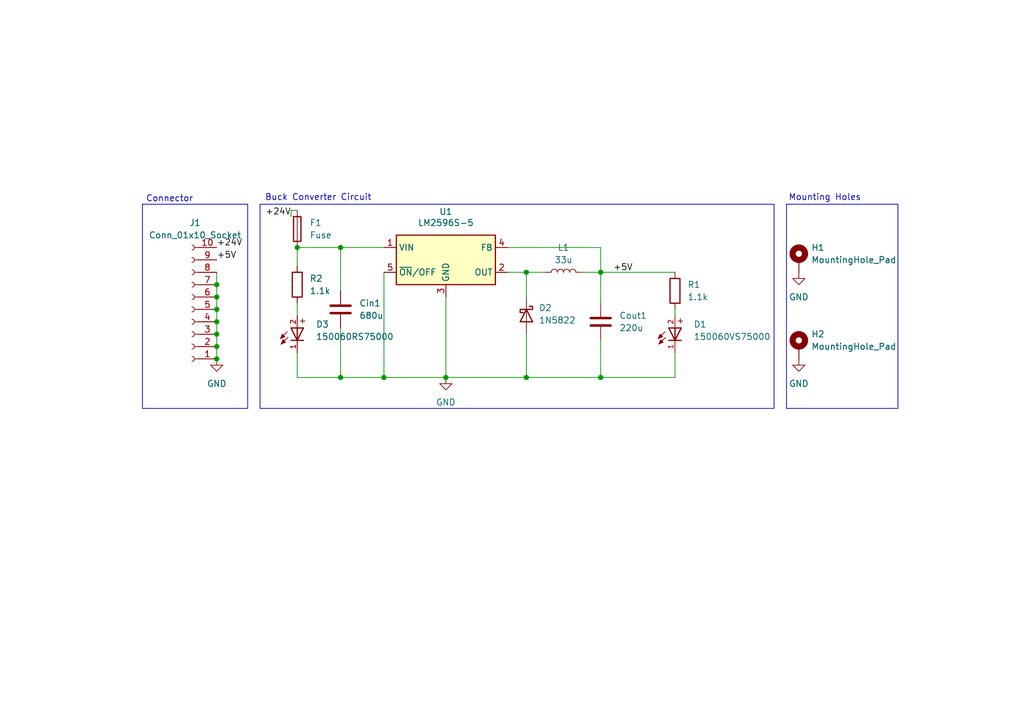
<source format=kicad_sch>
(kicad_sch (version 20231120) (generator "eeschema") (generator_version "8.0")
  (paper "A5")
  (lib_symbols
    (symbol "Device:Fuse" (pin_numbers hide) (pin_names (offset 0))
      (property "Reference" "F" (at 2.032 0 90))
      (property "Value" "Fuse" (at -1.905 0 90))
      (symbol "Fuse_0_1"
        (rectangle (start -0.762 -2.54) (end 0.762 2.54) (stroke (width 0.254)))
        (polyline (pts (xy 0 2.54) (xy 0 -2.54)))
      )
      (symbol "Fuse_1_1"
        (pin passive line (at 0 3.81 270) (length 1.27) (name "~") (number "1"))
        (pin passive line (at 0 -3.81 90) (length 1.27) (name "~") (number "2"))
      )
    )
    (symbol "Library:1N5822" (pin_numbers hide) (pin_names (offset 1.016) hide)
      (property "Reference" "D" (at 0 2.54 0))
      (property "Value" "1N5822" (at 0 -2.54 0))
      (symbol "1N5822_0_1"
        (polyline (pts (xy 1.27 0) (xy -1.27 0)))
        (polyline (pts (xy 1.27 1.27) (xy 1.27 -1.27) (xy -1.27 0) (xy 1.27 1.27)) (stroke (width 0.254)))
        (polyline (pts (xy -1.905 0.635) (xy -1.905 1.27) (xy -1.27 1.27) (xy -1.27 -1.27) (xy -0.635 -1.27) (xy -0.635 -0.635)) (stroke (width 0.254)))
      )
      (symbol "1N5822_1_1"
        (pin passive line (at -3.81 0 0) (length 2.54) (name "K") (number "1"))
        (pin passive line (at 3.81 0 180) (length 2.54) (name "A") (number "2"))
      )
    )
    (symbol "Library:C" (pin_numbers hide) (pin_names (offset 0.254))
      (property "Reference" "C" (at 0.635 2.54 0))
      (property "Value" "C" (at 0.635 -2.54 0))
      (symbol "C_0_1"
        (polyline (pts (xy -2.032 -0.762) (xy 2.032 -0.762)) (stroke (width 0.508)))
        (polyline (pts (xy -2.032 0.762) (xy 2.032 0.762)) (stroke (width 0.508)))
      )
      (symbol "C_1_1"
        (pin passive line (at 0 3.81 270) (length 2.794) (name "~") (number "1"))
        (pin passive line (at 0 -3.81 90) (length 2.794) (name "~") (number "2"))
      )
    )
    (symbol "Library:Conn_01x10_Socket" (pin_names (offset 1.016) hide)
      (property "Reference" "J" (at 0 12.7 0))
      (property "Value" "Conn_01x10_Socket" (at 0 -15.24 0))
      (symbol "Conn_01x10_Socket_1_1"
        (arc (start 0 -12.192) (mid -0.5058 -12.7) (end 0 -13.208) (stroke (width 0.1524)))
        (arc (start 0 -9.652) (mid -0.5058 -10.16) (end 0 -10.668) (stroke (width 0.1524)))
        (arc (start 0 -7.112) (mid -0.5058 -7.62) (end 0 -8.128) (stroke (width 0.1524)))
        (arc (start 0 -4.572) (mid -0.5058 -5.08) (end 0 -5.588) (stroke (width 0.1524)))
        (arc (start 0 -2.032) (mid -0.5058 -2.54) (end 0 -3.048) (stroke (width 0.1524)))
        (polyline (pts (xy -1.27 -12.7) (xy -0.508 -12.7)) (stroke (width 0.1524)))
        (polyline (pts (xy -1.27 -10.16) (xy -0.508 -10.16)) (stroke (width 0.1524)))
        (polyline (pts (xy -1.27 -7.62) (xy -0.508 -7.62)) (stroke (width 0.1524)))
        (polyline (pts (xy -1.27 -5.08) (xy -0.508 -5.08)) (stroke (width 0.1524)))
        (polyline (pts (xy -1.27 -2.54) (xy -0.508 -2.54)) (stroke (width 0.1524)))
        (polyline (pts (xy -1.27 0) (xy -0.508 0)) (stroke (width 0.1524)))
        (polyline (pts (xy -1.27 2.54) (xy -0.508 2.54)) (stroke (width 0.1524)))
        (polyline (pts (xy -1.27 5.08) (xy -0.508 5.08)) (stroke (width 0.1524)))
        (polyline (pts (xy -1.27 7.62) (xy -0.508 7.62)) (stroke (width 0.1524)))
        (polyline (pts (xy -1.27 10.16) (xy -0.508 10.16)) (stroke (width 0.1524)))
        (arc (start 0 0.508) (mid -0.5058 0) (end 0 -0.508) (stroke (width 0.1524)))
        (arc (start 0 3.048) (mid -0.5058 2.54) (end 0 2.032) (stroke (width 0.1524)))
        (arc (start 0 5.588) (mid -0.5058 5.08) (end 0 4.572) (stroke (width 0.1524)))
        (arc (start 0 8.128) (mid -0.5058 7.62) (end 0 7.112) (stroke (width 0.1524)))
        (arc (start 0 10.668) (mid -0.5058 10.16) (end 0 9.652) (stroke (width 0.1524)))
        (pin passive line (at -5.08 10.16 0) (length 3.81) (name "Pin_1") (number "1"))
        (pin passive line (at -5.08 -12.7 0) (length 3.81) (name "Pin_10") (number "10"))
        (pin passive line (at -5.08 7.62 0) (length 3.81) (name "Pin_2") (number "2"))
        (pin passive line (at -5.08 5.08 0) (length 3.81) (name "Pin_3") (number "3"))
        (pin passive line (at -5.08 2.54 0) (length 3.81) (name "Pin_4") (number "4"))
        (pin passive line (at -5.08 0 0) (length 3.81) (name "Pin_5") (number "5"))
        (pin passive line (at -5.08 -2.54 0) (length 3.81) (name "Pin_6") (number "6"))
        (pin passive line (at -5.08 -5.08 0) (length 3.81) (name "Pin_7") (number "7"))
        (pin passive line (at -5.08 -7.62 0) (length 3.81) (name "Pin_8") (number "8"))
        (pin passive line (at -5.08 -10.16 0) (length 3.81) (name "Pin_9") (number "9"))
      )
    )
    (symbol "Library:L" (pin_numbers hide) (pin_names (offset 1.016) hide)
      (property "Reference" "L" (at -1.27 0 90))
      (property "Value" "L" (at 1.905 0 90))
      (symbol "L_0_1"
        (arc (start 0 -2.54) (mid 0.6323 -1.905) (end 0 -1.27))
        (arc (start 0 -1.27) (mid 0.6323 -0.635) (end 0 0))
        (arc (start 0 0) (mid 0.6323 0.635) (end 0 1.27))
        (arc (start 0 1.27) (mid 0.6323 1.905) (end 0 2.54))
      )
      (symbol "L_1_1"
        (pin passive line (at 0 3.81 270) (length 1.27) (name "1") (number "1"))
        (pin passive line (at 0 -3.81 90) (length 1.27) (name "2") (number "2"))
      )
    )
    (symbol "Library:LM2596S-5"
      (property "Reference" "U" (at -10.16 6.35 0))
      (property "Value" "LM2596S-5" (at 0 6.35 0))
      (symbol "LM2596S-5_0_1"
        (rectangle (start -10.16 5.08) (end 10.16 -5.08) (stroke (width 0.254)) (fill (type background)))
      )
      (symbol "LM2596S-5_1_1"
        (pin power_in line (at -12.7 2.54 0) (length 2.54) (name "VIN") (number "1"))
        (pin output line (at 12.7 -2.54 180) (length 2.54) (name "OUT") (number "2"))
        (pin power_in line (at 0 -7.62 90) (length 2.54) (name "GND") (number "3"))
        (pin input line (at 12.7 2.54 180) (length 2.54) (name "FB") (number "4"))
        (pin input line (at -12.7 -2.54 0) (length 2.54) (name "~{ON}/OFF") (number "5"))
      )
    )
    (symbol "Library:R" (pin_numbers hide) (pin_names (offset 0))
      (property "Reference" "R" (at 2.032 0 90))
      (property "Value" "R" (at 0 0 90))
      (symbol "R_0_1"
        (rectangle (start -1.016 -2.54) (end 1.016 2.54) (stroke (width 0.254)))
      )
      (symbol "R_1_1"
        (pin passive line (at 0 3.81 270) (length 1.27) (name "~") (number "1"))
        (pin passive line (at 0 -3.81 90) (length 1.27) (name "~") (number "2"))
      )
    )
    (symbol "Library:WL-SMCW_0603" (pin_names (offset 1.016))
      (property "Reference" "D" (at -1.988 3.972 0))
      (property "Value" "WL-SMCW_0603" (at -2.628 -3.928 0))
      (symbol "WL-SMCW_0603_0_0"
        (polyline (pts (xy 0 -1.27) (xy 0 0)) (stroke (width 0.254)))
        (polyline (pts (xy 0 0) (xy 0 1.27)) (stroke (width 0.254)))
        (polyline (pts (xy 0 0) (xy 2.54 0)) (stroke (width 0.254)))
        (polyline (pts (xy 0 0) (xy 2.54 1.27)) (stroke (width 0.254)))
        (polyline (pts (xy 0.635 1.905) (xy -0.762 3.302)) (stroke (width 0.1524)))
        (polyline (pts (xy 1.778 2.032) (xy 0.381 3.429)) (stroke (width 0.1524)))
        (polyline (pts (xy 2.54 -1.27) (xy 0 0)) (stroke (width 0.254)))
        (polyline (pts (xy 2.54 -1.27) (xy 2.54 0)) (stroke (width 0.254)))
        (polyline (pts (xy 2.54 0) (xy 2.54 1.27)) (stroke (width 0.254)))
        (polyline (pts (xy -0.762 3.302) (xy 0.127 2.921) (xy -0.381 2.413) (xy -0.762 3.302)) (stroke (width 0.1524)) (fill (type outline)))
        (polyline (pts (xy 0.381 3.429) (xy 1.27 3.048) (xy 0.762 2.54) (xy 0.381 3.429)) (stroke (width 0.1524)) (fill (type outline)))
        (text "+" (at 3.08 -1.74 0) (effects (font (size 1.27 1.27)) (justify left bottom)))
        (pin passive line (at -2.54 0 0) (length 2.54) (name "~") (number "1"))
        (pin passive line (at 5.08 0 180) (length 2.54) (name "~") (number "2"))
      )
    )
    (symbol "Mechanical:MountingHole_Pad" (pin_numbers hide) (pin_names (offset 1.016) hide) (exclude_from_sim yes) (in_bom no)
      (property "Reference" "H" (at 0 6.35 0))
      (property "Value" "MountingHole_Pad" (at 0 4.445 0))
      (symbol "MountingHole_Pad_0_1"
        (circle (center 0 1.27) (radius 1.27) (stroke (width 1.27)))
      )
      (symbol "MountingHole_Pad_1_1"
        (pin input line (at 0 -2.54 90) (length 2.54) (name "1") (number "1"))
      )
    )
    (symbol "power:GND" (power) (pin_numbers hide) (pin_names (offset 0) hide)
      (property "Value" "GND" (at 0 -3.81 0))
      (symbol "GND_0_1"
        (polyline (pts (xy 0 0) (xy 0 -1.27) (xy 1.27 -1.27) (xy 0 -2.54) (xy -1.27 -1.27) (xy 0 -1.27)))
      )
      (symbol "GND_1_1"
        (pin power_in line (at 0 0 270) (length 0) (name "~") (number "1"))
      )
    )
  )
  (junction (at 44.45 73.66))
  (junction (at 44.45 71.12))
  (junction (at 78.74 77.47))
  (junction (at 60.96 50.8))
  (junction (at 69.85 77.47))
  (junction (at 107.95 77.47))
  (junction (at 44.45 63.5))
  (junction (at 69.85 50.8))
  (junction (at 44.45 66.04))
  (junction (at 44.45 58.42))
  (junction (at 123.19 55.88))
  (junction (at 91.44 77.47))
  (junction (at 107.95 55.88))
  (junction (at 44.45 60.96))
  (junction (at 123.19 77.47))
  (junction (at 44.45 68.58))
  (wire (pts (xy 107.95 55.88) (xy 111.76 55.88)))
  (wire (pts (xy 59.69 44.45) (xy 59.69 43.18)))
  (wire (pts (xy 123.19 50.8) (xy 123.19 55.88)))
  (wire (pts (xy 44.45 71.12) (xy 44.45 73.66)))
  (wire (pts (xy 123.19 77.47) (xy 138.43 77.47)))
  (wire (pts (xy 60.96 50.8) (xy 60.96 54.61)))
  (wire (pts (xy 78.74 55.88) (xy 78.74 77.47)))
  (wire (pts (xy 44.45 55.88) (xy 44.45 58.42)))
  (wire (pts (xy 138.43 63.5) (xy 138.43 64.77)))
  (wire (pts (xy 104.14 55.88) (xy 107.95 55.88)))
  (wire (pts (xy 123.19 62.23) (xy 123.19 55.88)))
  (wire (pts (xy 44.45 68.58) (xy 44.45 71.12)))
  (wire (pts (xy 69.85 59.69) (xy 69.85 50.8)))
  (wire (pts (xy 69.85 77.47) (xy 78.74 77.47)))
  (wire (pts (xy 91.44 77.47) (xy 107.95 77.47)))
  (wire (pts (xy 123.19 69.85) (xy 123.19 77.47)))
  (wire (pts (xy 60.96 62.23) (xy 60.96 64.77)))
  (wire (pts (xy 44.45 60.96) (xy 44.45 63.5)))
  (wire (pts (xy 138.43 72.39) (xy 138.43 77.47)))
  (wire (pts (xy 69.85 67.31) (xy 69.85 77.47)))
  (wire (pts (xy 44.45 66.04) (xy 44.45 68.58)))
  (wire (pts (xy 91.44 60.96) (xy 91.44 77.47)))
  (wire (pts (xy 123.19 55.88) (xy 138.43 55.88)))
  (wire (pts (xy 78.74 77.47) (xy 91.44 77.47)))
  (wire (pts (xy 104.14 50.8) (xy 123.19 50.8)))
  (wire (pts (xy 107.95 60.96) (xy 107.95 55.88)))
  (wire (pts (xy 44.45 58.42) (xy 44.45 60.96)))
  (wire (pts (xy 69.85 50.8) (xy 78.74 50.8)))
  (wire (pts (xy 107.95 77.47) (xy 123.19 77.47)))
  (wire (pts (xy 119.38 55.88) (xy 123.19 55.88)))
  (wire (pts (xy 60.96 72.39) (xy 60.96 77.47)))
  (wire (pts (xy 107.95 68.58) (xy 107.95 77.47)))
  (wire (pts (xy 59.69 43.18) (xy 60.96 43.18)))
  (wire (pts (xy 60.96 50.8) (xy 69.85 50.8)))
  (wire (pts (xy 44.45 63.5) (xy 44.45 66.04)))
  (wire (pts (xy 60.96 77.47) (xy 69.85 77.47)))
  (rectangle (start 29.21 41.91) (end 50.8 83.82))
  (rectangle (start 53.34 41.91) (end 158.75 83.82))
  (rectangle (start 161.29 41.91) (end 184.15 83.82))
  (text "Connector" (at 34.798 40.894 0) (effects (font (size 1.27 1.27))))
  (text "Buck Converter Circuit" (at 65.278 40.64 0) (effects (font (size 1.27 1.27))))
  (text "Mounting Holes" (at 169.164 40.64 0) (effects (font (size 1.27 1.27))))
  (label "+5V" (at 125.73 55.88 0))
  (label "+5V" (at 44.45 53.34 0))
  (label "+24V" (at 59.69 44.45 180))
  (label "+24V" (at 44.45 50.8 0))
  (symbol (lib_id "Library:1N5822") (at 107.95 64.77 270) (unit 1)
    (property "Reference" "D2" (at 110.49 63.1824 90) (effects (justify left)))
    (property "Value" "1N5822" (at 110.49 65.7224 90) (effects (justify left)))
    (property "Footprint" "Diode_THT:D_DO-201AD_P15.24mm_Horizontal" (effects (hide yes)))
    (property "Datasheet" "http://www.vishay.com/docs/88526/1n5820.pdf" (effects (hide yes)))
    (property "Description" "40V 3A Schottky Barrier Rectifier Diode, DO-201AD" (effects (hide yes)))
  )
  (symbol (lib_id "Library:Conn_01x10_Socket") (at 39.37 63.5 180) (unit 1)
    (property "Reference" "J1" (at 40.005 45.72 0))
    (property "Value" "Conn_01x10_Socket" (at 40.005 48.26 0))
    (property "Footprint" "10pin Socket:PRECI-DIP_310-87-110-41-001101" (effects (hide yes)))
    (property "Description" "Generic connector, single row, 01x10, script generated" (effects (hide yes)))
  )
  (symbol (lib_id "power:GND") (at 91.44 77.47 0) (unit 1)
    (property "Reference" "#PWR04" (effects (hide yes)))
    (property "Value" "GND" (at 91.44 82.55 0))
    (property "Description" "Power symbol creates a global label with name \"GND\" , ground" (effects (hide yes)))
  )
  (symbol (lib_id "Device:Fuse") (at 60.96 46.99 0) (unit 1)
    (property "Reference" "F1" (at 63.5 45.7199 0) (effects (justify left)))
    (property "Value" "Fuse" (at 63.5 48.2599 0) (effects (justify left)))
    (property "Footprint" "Diode_SMD:D_0402_1005Metric_Pad0.77x0.64mm_HandSolder" (effects (hide yes)))
    (property "Datasheet" "https://industrial.panasonic.com/cdbs/www-data/pdf/AFA0000/AFA0000C7.pdf" (effects (hide yes)))
    (property "Description" "Fuse" (effects (hide yes)))
  )
  (symbol (lib_id "Library:L") (at 115.57 55.88 90) (unit 1)
    (property "Reference" "L1" (at 115.57 50.8 90))
    (property "Value" "33u" (at 115.57 53.34 90))
    (property "Footprint" "NLCV32T_330K_EF:INDM3225X240N" (effects (hide yes)))
    (property "Description" "Inductor" (effects (hide yes)))
  )
  (symbol (lib_id "Library:C") (at 123.19 66.04 0) (unit 1)
    (property "Reference" "Cout1" (at 127 64.7699 0) (effects (justify left)))
    (property "Value" "220u" (at 127 67.3099 0) (effects (justify left)))
    (property "Footprint" "footprints:CAP_YX_6P3X11_RUB" (effects (hide yes)))
    (property "Description" "Unpolarized capacitor" (effects (hide yes)))
  )
  (symbol (lib_id "power:GND") (at 163.83 55.88 0) (unit 1)
    (property "Reference" "#PWR02" (effects (hide yes)))
    (property "Value" "GND" (at 163.83 60.96 0))
    (property "Description" "Power symbol creates a global label with name \"GND\" , ground" (effects (hide yes)))
  )
  (symbol (lib_id "Library:WL-SMCW_0603") (at 138.43 69.85 90) (unit 1)
    (property "Reference" "D1" (at 142.24 66.5616 90) (effects (justify right)))
    (property "Value" "150060VS75000" (at 142.24 69.1016 90) (effects (justify right)))
    (property "Footprint" "WL-SMCW_0603:WL-SMCW_0603" (effects (hide yes)))
    (property "Datasheet" "https://www.we-online.com/components/products/datasheet/150060VS75000.pdf" (effects (hide yes)))
    (property "Description" "Light emitting diode" (effects (hide yes)))
  )
  (symbol (lib_id "Library:LM2596S-5") (at 91.44 53.34 0) (unit 1)
    (property "Reference" "U1" (at 91.44 43.434 0))
    (property "Value" "LM2596S-5" (at 91.44 45.72 0))
    (property "Footprint" "Package_TO_SOT_SMD:TO-263-5_TabPin3" (effects (hide yes)))
    (property "Datasheet" "http://www.ti.com/lit/ds/symlink/lm2596.pdf" (effects (hide yes)))
    (property "Description" "5V 3A Step-Down Voltage Regulator, TO-263" (effects (hide yes)))
  )
  (symbol (lib_id "power:GND") (at 163.83 73.66 0) (unit 1)
    (property "Reference" "#PWR01" (effects (hide yes)))
    (property "Value" "GND" (at 163.83 78.74 0))
    (property "Description" "Power symbol creates a global label with name \"GND\" , ground" (effects (hide yes)))
  )
  (symbol (lib_id "Library:WL-SMCW_0603") (at 60.96 69.85 90) (unit 1)
    (property "Reference" "D3" (at 64.77 66.5616 90) (effects (justify right)))
    (property "Value" "150060RS75000" (at 64.77 69.1016 90) (effects (justify right)))
    (property "Footprint" "WL-SMCW_0603:WL-SMCW_0603" (effects (hide yes)))
    (property "Datasheet" "https://www.we-online.com/components/products/datasheet/150060RS75000.pdf" (effects (hide yes)))
    (property "Description" "Light emitting diode" (effects (hide yes)))
  )
  (symbol (lib_id "Mechanical:MountingHole_Pad") (at 163.83 53.34 0) (unit 1) (exclude_from_sim yes) (in_bom no)
    (property "Reference" "H1" (at 166.37 50.7999 0) (effects (justify left)))
    (property "Value" "MountingHole_Pad" (at 166.37 53.3399 0) (effects (justify left)))
    (property "Footprint" "MountingHole:MountingHole_3.7mm_Pad" (effects (hide yes)))
    (property "Description" "Mounting Hole with connection" (effects (hide yes)))
  )
  (symbol (lib_id "Mechanical:MountingHole_Pad") (at 163.83 71.12 0) (unit 1) (exclude_from_sim yes) (in_bom no)
    (property "Reference" "H2" (at 166.37 68.5799 0) (effects (justify left)))
    (property "Value" "MountingHole_Pad" (at 166.37 71.1199 0) (effects (justify left)))
    (property "Footprint" "MountingHole:MountingHole_3.7mm_Pad" (effects (hide yes)))
    (property "Description" "Mounting Hole with connection" (effects (hide yes)))
  )
  (symbol (lib_id "Library:R") (at 138.43 59.69 0) (unit 1)
    (property "Reference" "R1" (at 140.97 58.4199 0) (effects (justify left)))
    (property "Value" "1.1k" (at 140.97 60.9599 0) (effects (justify left)))
    (property "Footprint" "RMCF0805JT1K10:RESC2012X65N" (effects (hide yes)))
    (property "Description" "Resistor" (effects (hide yes)))
  )
  (symbol (lib_id "power:GND") (at 44.45 73.66 0) (unit 1)
    (property "Reference" "#PWR03" (effects (hide yes)))
    (property "Value" "GND" (at 44.45 78.74 0))
    (property "Description" "Power symbol creates a global label with name \"GND\" , ground" (effects (hide yes)))
  )
  (symbol (lib_id "Library:R") (at 60.96 58.42 0) (unit 1)
    (property "Reference" "R2" (at 63.5 57.1499 0) (effects (justify left)))
    (property "Value" "1.1k" (at 63.5 59.6899 0) (effects (justify left)))
    (property "Footprint" "RMCF0805JT1K10:RESC2012X65N" (effects (hide yes)))
    (property "Description" "Resistor" (effects (hide yes)))
  )
  (symbol (lib_id "Library:C") (at 69.85 63.5 0) (unit 1)
    (property "Reference" "Cin1" (at 73.66 62.2299 0) (effects (justify left)))
    (property "Value" "680u" (at 73.66 64.7699 0) (effects (justify left)))
    (property "Footprint" "KiCad:CAPAE660X800N" (effects (hide yes)))
    (property "Description" "Unpolarized capacitor" (effects (hide yes)))
  )
)
</source>
